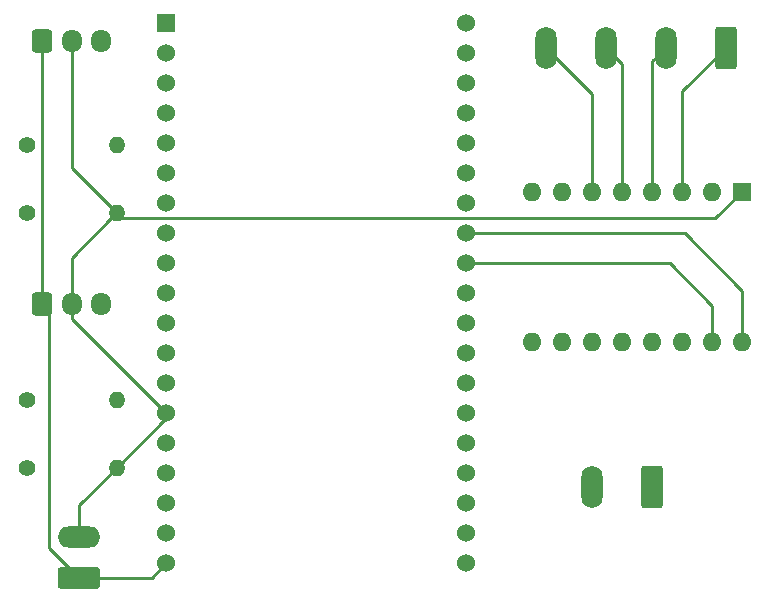
<source format=gbr>
%TF.GenerationSoftware,KiCad,Pcbnew,(6.0.1)*%
%TF.CreationDate,2022-10-31T14:49:25-07:00*%
%TF.ProjectId,Jianyi_PCB,4a69616e-7969-45f5-9043-422e6b696361,rev?*%
%TF.SameCoordinates,Original*%
%TF.FileFunction,Copper,L1,Top*%
%TF.FilePolarity,Positive*%
%FSLAX46Y46*%
G04 Gerber Fmt 4.6, Leading zero omitted, Abs format (unit mm)*
G04 Created by KiCad (PCBNEW (6.0.1)) date 2022-10-31 14:49:25*
%MOMM*%
%LPD*%
G01*
G04 APERTURE LIST*
G04 Aperture macros list*
%AMRoundRect*
0 Rectangle with rounded corners*
0 $1 Rounding radius*
0 $2 $3 $4 $5 $6 $7 $8 $9 X,Y pos of 4 corners*
0 Add a 4 corners polygon primitive as box body*
4,1,4,$2,$3,$4,$5,$6,$7,$8,$9,$2,$3,0*
0 Add four circle primitives for the rounded corners*
1,1,$1+$1,$2,$3*
1,1,$1+$1,$4,$5*
1,1,$1+$1,$6,$7*
1,1,$1+$1,$8,$9*
0 Add four rect primitives between the rounded corners*
20,1,$1+$1,$2,$3,$4,$5,0*
20,1,$1+$1,$4,$5,$6,$7,0*
20,1,$1+$1,$6,$7,$8,$9,0*
20,1,$1+$1,$8,$9,$2,$3,0*%
G04 Aperture macros list end*
%TA.AperFunction,ComponentPad*%
%ADD10RoundRect,0.250000X-0.600000X-0.725000X0.600000X-0.725000X0.600000X0.725000X-0.600000X0.725000X0*%
%TD*%
%TA.AperFunction,ComponentPad*%
%ADD11O,1.700000X1.950000*%
%TD*%
%TA.AperFunction,ComponentPad*%
%ADD12C,1.400000*%
%TD*%
%TA.AperFunction,ComponentPad*%
%ADD13O,1.400000X1.400000*%
%TD*%
%TA.AperFunction,ComponentPad*%
%ADD14RoundRect,0.250000X0.650000X1.550000X-0.650000X1.550000X-0.650000X-1.550000X0.650000X-1.550000X0*%
%TD*%
%TA.AperFunction,ComponentPad*%
%ADD15O,1.800000X3.600000*%
%TD*%
%TA.AperFunction,ComponentPad*%
%ADD16R,1.530000X1.530000*%
%TD*%
%TA.AperFunction,ComponentPad*%
%ADD17C,1.530000*%
%TD*%
%TA.AperFunction,ComponentPad*%
%ADD18RoundRect,0.250000X1.550000X-0.650000X1.550000X0.650000X-1.550000X0.650000X-1.550000X-0.650000X0*%
%TD*%
%TA.AperFunction,ComponentPad*%
%ADD19O,3.600000X1.800000*%
%TD*%
%TA.AperFunction,ComponentPad*%
%ADD20R,1.600000X1.600000*%
%TD*%
%TA.AperFunction,ComponentPad*%
%ADD21O,1.600000X1.600000*%
%TD*%
%TA.AperFunction,Conductor*%
%ADD22C,0.250000*%
%TD*%
G04 APERTURE END LIST*
D10*
%TO.P,OutletSensor1,1,Pin_1*%
%TO.N,Net-(5V1-Pad1)*%
X74970000Y-83295000D03*
D11*
%TO.P,OutletSensor1,2,Pin_2*%
%TO.N,Net-(5V1-Pad2)*%
X77470000Y-83295000D03*
%TO.P,OutletSensor1,3,Pin_3*%
%TO.N,Net-(OutletSensor1-Pad3)*%
X79970000Y-83295000D03*
%TD*%
D12*
%TO.P,R4-68k\u03A91,1*%
%TO.N,Net-(R3-33k\u03A91-Pad2)*%
X73660000Y-97155000D03*
D13*
%TO.P,R4-68k\u03A91,2*%
%TO.N,Net-(5V1-Pad2)*%
X81280000Y-97155000D03*
%TD*%
D14*
%TO.P,Motor1,1,Pin_1*%
%TO.N,Net-(A1-Pad3)*%
X132842000Y-61595000D03*
D15*
%TO.P,Motor1,2,Pin_2*%
%TO.N,Net-(A1-Pad4)*%
X127762000Y-61595000D03*
%TO.P,Motor1,3,Pin_3*%
%TO.N,Net-(A1-Pad5)*%
X122682000Y-61595000D03*
%TO.P,Motor1,4,Pin_4*%
%TO.N,Net-(A1-Pad6)*%
X117602000Y-61595000D03*
%TD*%
D16*
%TO.P,U1,1,3V3*%
%TO.N,unconnected-(U1-Pad1)*%
X85500000Y-59556000D03*
D17*
%TO.P,U1,2,EN*%
%TO.N,unconnected-(U1-Pad2)*%
X85500000Y-62096000D03*
%TO.P,U1,3,SENSOR_VP*%
%TO.N,unconnected-(U1-Pad3)*%
X85500000Y-64636000D03*
%TO.P,U1,4,SENSOR_VN*%
%TO.N,unconnected-(U1-Pad4)*%
X85500000Y-67176000D03*
%TO.P,U1,5,IO34*%
%TO.N,Net-(R1-33k\u03A91-Pad2)*%
X85500000Y-69716000D03*
%TO.P,U1,6,IO35*%
%TO.N,Net-(R3-33k\u03A91-Pad2)*%
X85500000Y-72256000D03*
%TO.P,U1,7,IO32*%
%TO.N,unconnected-(U1-Pad7)*%
X85500000Y-74796000D03*
%TO.P,U1,8,IO33*%
%TO.N,unconnected-(U1-Pad8)*%
X85500000Y-77336000D03*
%TO.P,U1,9,IO25*%
%TO.N,unconnected-(U1-Pad9)*%
X85500000Y-79876000D03*
%TO.P,U1,10,IO26*%
%TO.N,unconnected-(U1-Pad10)*%
X85500000Y-82416000D03*
%TO.P,U1,11,IO27*%
%TO.N,unconnected-(U1-Pad11)*%
X85500000Y-84956000D03*
%TO.P,U1,12,IO14*%
%TO.N,unconnected-(U1-Pad12)*%
X85500000Y-87496000D03*
%TO.P,U1,13,IO12*%
%TO.N,unconnected-(U1-Pad13)*%
X85500000Y-90036000D03*
%TO.P,U1,14,GND1*%
%TO.N,Net-(5V1-Pad2)*%
X85500000Y-92576000D03*
%TO.P,U1,15,IO13*%
%TO.N,unconnected-(U1-Pad15)*%
X85500000Y-95116000D03*
%TO.P,U1,16,SD2*%
%TO.N,unconnected-(U1-Pad16)*%
X85500000Y-97656000D03*
%TO.P,U1,17,SD3*%
%TO.N,unconnected-(U1-Pad17)*%
X85500000Y-100196000D03*
%TO.P,U1,18,CMD*%
%TO.N,unconnected-(U1-Pad18)*%
X85500000Y-102736000D03*
%TO.P,U1,19,EXT_5V*%
%TO.N,Net-(5V1-Pad1)*%
X85500000Y-105276000D03*
%TO.P,U1,20,CLK*%
%TO.N,unconnected-(U1-Pad20)*%
X110900000Y-105276000D03*
%TO.P,U1,21,SD0*%
%TO.N,unconnected-(U1-Pad21)*%
X110900000Y-102736000D03*
%TO.P,U1,22,SD1*%
%TO.N,unconnected-(U1-Pad22)*%
X110900000Y-100196000D03*
%TO.P,U1,23,IO15*%
%TO.N,unconnected-(U1-Pad23)*%
X110900000Y-97656000D03*
%TO.P,U1,24,IO2*%
%TO.N,unconnected-(U1-Pad24)*%
X110900000Y-95116000D03*
%TO.P,U1,25,IO0*%
%TO.N,unconnected-(U1-Pad25)*%
X110900000Y-92576000D03*
%TO.P,U1,26,IO4*%
%TO.N,unconnected-(U1-Pad26)*%
X110900000Y-90036000D03*
%TO.P,U1,27,IO16*%
%TO.N,unconnected-(U1-Pad27)*%
X110900000Y-87496000D03*
%TO.P,U1,28,IO17*%
%TO.N,unconnected-(U1-Pad28)*%
X110900000Y-84956000D03*
%TO.P,U1,29,IO5*%
%TO.N,unconnected-(U1-Pad29)*%
X110900000Y-82416000D03*
%TO.P,U1,30,IO18*%
%TO.N,Net-(A1-Pad15)*%
X110900000Y-79876000D03*
%TO.P,U1,31,IO19*%
%TO.N,Net-(A1-Pad16)*%
X110900000Y-77336000D03*
%TO.P,U1,32,GND2*%
%TO.N,unconnected-(U1-Pad32)*%
X110900000Y-74796000D03*
%TO.P,U1,33,IO21*%
%TO.N,unconnected-(U1-Pad33)*%
X110900000Y-72256000D03*
%TO.P,U1,34,RXD0*%
%TO.N,unconnected-(U1-Pad34)*%
X110900000Y-69716000D03*
%TO.P,U1,35,TXD0*%
%TO.N,unconnected-(U1-Pad35)*%
X110900000Y-67176000D03*
%TO.P,U1,36,IO22*%
%TO.N,unconnected-(U1-Pad36)*%
X110900000Y-64636000D03*
%TO.P,U1,37,IO23*%
%TO.N,unconnected-(U1-Pad37)*%
X110900000Y-62096000D03*
%TO.P,U1,38,GND3*%
%TO.N,unconnected-(U1-Pad38)*%
X110900000Y-59556000D03*
%TD*%
D18*
%TO.P,5V1,1,Pin_1*%
%TO.N,Net-(5V1-Pad1)*%
X78105000Y-106507500D03*
D19*
%TO.P,5V1,2,Pin_2*%
%TO.N,Net-(5V1-Pad2)*%
X78105000Y-103007500D03*
%TD*%
D12*
%TO.P,R1-33k\u03A91,1*%
%TO.N,Net-(InletSensor1-Pad3)*%
X73660000Y-69850000D03*
D13*
%TO.P,R1-33k\u03A91,2*%
%TO.N,Net-(R1-33k\u03A91-Pad2)*%
X81280000Y-69850000D03*
%TD*%
D12*
%TO.P,R2-68k\u03A91,1*%
%TO.N,Net-(R1-33k\u03A91-Pad2)*%
X73660000Y-75565000D03*
D13*
%TO.P,R2-68k\u03A91,2*%
%TO.N,Net-(5V1-Pad2)*%
X81280000Y-75565000D03*
%TD*%
D10*
%TO.P,InletSensor1,1,Pin_1*%
%TO.N,Net-(5V1-Pad1)*%
X74970000Y-61070000D03*
D11*
%TO.P,InletSensor1,2,Pin_2*%
%TO.N,Net-(5V1-Pad2)*%
X77470000Y-61070000D03*
%TO.P,InletSensor1,3,Pin_3*%
%TO.N,Net-(InletSensor1-Pad3)*%
X79970000Y-61070000D03*
%TD*%
D14*
%TO.P,24V1,1,Pin_1*%
%TO.N,Net-(24V1-Pad1)*%
X126619000Y-98806000D03*
D15*
%TO.P,24V1,2,Pin_2*%
%TO.N,Net-(24V1-Pad2)*%
X121539000Y-98806000D03*
%TD*%
D20*
%TO.P,A1,1,GND*%
%TO.N,Net-(5V1-Pad2)*%
X134239000Y-73797000D03*
D21*
%TO.P,A1,2,VDD*%
%TO.N,Net-(5V1-Pad1)*%
X131699000Y-73797000D03*
%TO.P,A1,3,1B*%
%TO.N,Net-(A1-Pad3)*%
X129159000Y-73797000D03*
%TO.P,A1,4,1A*%
%TO.N,Net-(A1-Pad4)*%
X126619000Y-73797000D03*
%TO.P,A1,5,2A*%
%TO.N,Net-(A1-Pad5)*%
X124079000Y-73797000D03*
%TO.P,A1,6,2B*%
%TO.N,Net-(A1-Pad6)*%
X121539000Y-73797000D03*
%TO.P,A1,7,GND*%
%TO.N,Net-(24V1-Pad2)*%
X118999000Y-73797000D03*
%TO.P,A1,8,VMOT*%
%TO.N,Net-(24V1-Pad1)*%
X116459000Y-73797000D03*
%TO.P,A1,9,~{ENABLE}*%
%TO.N,unconnected-(A1-Pad9)*%
X116459000Y-86497000D03*
%TO.P,A1,10,MS1*%
%TO.N,Net-(5V1-Pad1)*%
X118999000Y-86497000D03*
%TO.P,A1,11,MS2*%
X121539000Y-86497000D03*
%TO.P,A1,12,MS3*%
X124079000Y-86497000D03*
%TO.P,A1,13,~{RESET}*%
%TO.N,Net-(A1-Pad13)*%
X126619000Y-86497000D03*
%TO.P,A1,14,~{SLEEP}*%
X129159000Y-86497000D03*
%TO.P,A1,15,STEP*%
%TO.N,Net-(A1-Pad15)*%
X131699000Y-86497000D03*
%TO.P,A1,16,DIR*%
%TO.N,Net-(A1-Pad16)*%
X134239000Y-86497000D03*
%TD*%
D12*
%TO.P,R3-33k\u03A91,1*%
%TO.N,Net-(OutletSensor1-Pad3)*%
X73660000Y-91440000D03*
D13*
%TO.P,R3-33k\u03A91,2*%
%TO.N,Net-(R3-33k\u03A91-Pad2)*%
X81280000Y-91440000D03*
%TD*%
D22*
%TO.N,Net-(5V1-Pad1)*%
X75565000Y-103968000D02*
X76854800Y-105257800D01*
X74970000Y-83295000D02*
X75565000Y-83890000D01*
X76854800Y-105257800D02*
X78105000Y-106508000D01*
X76854800Y-105257800D02*
X76855300Y-105257800D01*
X75565000Y-83890000D02*
X75565000Y-103968000D01*
X74970000Y-83295000D02*
X74970000Y-61070000D01*
X84268500Y-106508000D02*
X85500000Y-105276000D01*
X78105000Y-106508000D02*
X84268500Y-106508000D01*
X76855300Y-105257800D02*
X78105000Y-106507500D01*
%TO.N,Net-(5V1-Pad2)*%
X77470000Y-83295000D02*
X77470000Y-79375000D01*
X78105000Y-100330000D02*
X81280000Y-97155000D01*
X77470000Y-71755000D02*
X77470000Y-61070000D01*
X131970000Y-76066000D02*
X134239000Y-73797000D01*
X77470000Y-84546000D02*
X77470000Y-83295000D01*
X80779000Y-76066000D02*
X131970000Y-76066000D01*
X81280000Y-97155000D02*
X85500000Y-92935000D01*
X78105000Y-103008000D02*
X78105000Y-103007500D01*
X81280000Y-75565000D02*
X77470000Y-71755000D01*
X77470000Y-79375000D02*
X80779000Y-76066000D01*
X80779000Y-76066000D02*
X81280000Y-75565000D01*
X85500000Y-92935000D02*
X85500000Y-92576000D01*
X85500000Y-92576000D02*
X77470000Y-84546000D01*
X78105000Y-103007500D02*
X78105000Y-100330000D01*
%TO.N,Net-(A1-Pad3)*%
X129159000Y-65278000D02*
X132842000Y-61595000D01*
X129159000Y-73797000D02*
X129159000Y-65278000D01*
%TO.N,Net-(A1-Pad4)*%
X126619000Y-73797000D02*
X126619000Y-62738000D01*
X126619000Y-62738000D02*
X127762000Y-61595000D01*
%TO.N,Net-(A1-Pad5)*%
X124079000Y-62992000D02*
X122682000Y-61595000D01*
X124079000Y-73797000D02*
X124079000Y-62992000D01*
%TO.N,Net-(A1-Pad6)*%
X121539000Y-73797000D02*
X121539000Y-65532000D01*
X121539000Y-65532000D02*
X117602000Y-61595000D01*
%TO.N,Net-(A1-Pad15)*%
X131699000Y-83439000D02*
X131699000Y-86497000D01*
X128136000Y-79876000D02*
X131699000Y-83439000D01*
X110900000Y-79876000D02*
X128136000Y-79876000D01*
%TO.N,Net-(A1-Pad16)*%
X134239000Y-82169000D02*
X129406000Y-77336000D01*
X134239000Y-86497000D02*
X134239000Y-82169000D01*
X129406000Y-77336000D02*
X110900000Y-77336000D01*
%TD*%
M02*

</source>
